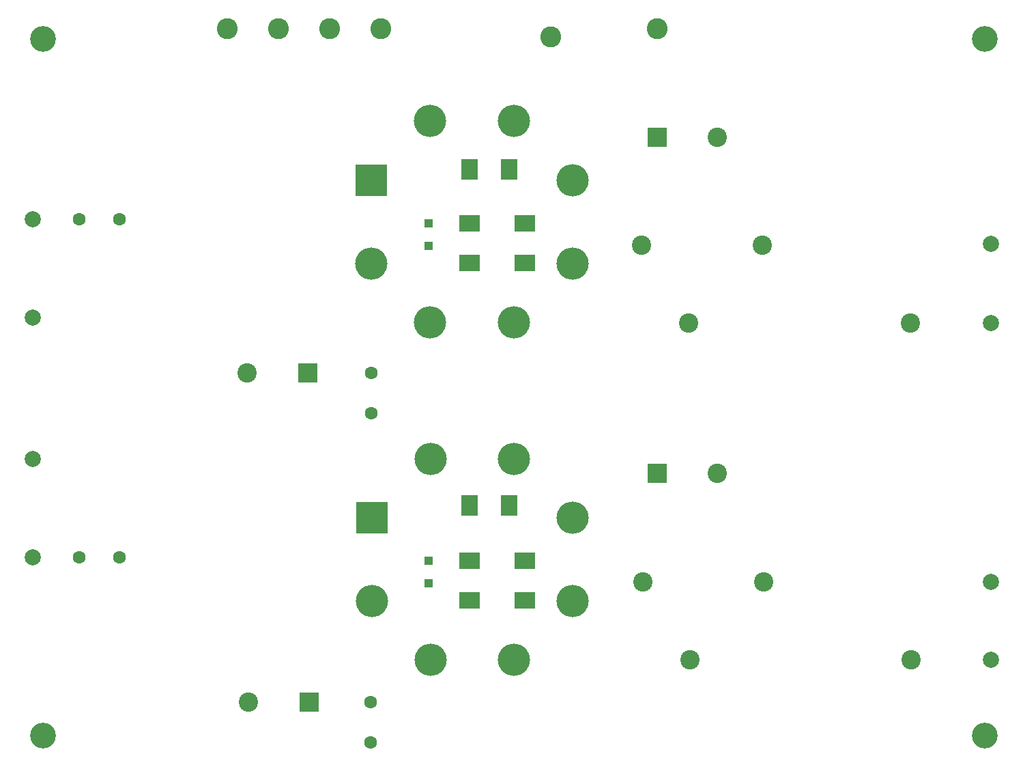
<source format=gbr>
G04 #@! TF.GenerationSoftware,KiCad,Pcbnew,(5.1.9-0-10_14)*
G04 #@! TF.CreationDate,2021-02-20T18:47:51+01:00*
G04 #@! TF.ProjectId,pre-amp-6SN7,7072652d-616d-4702-9d36-534e372e6b69,rev?*
G04 #@! TF.SameCoordinates,Original*
G04 #@! TF.FileFunction,Soldermask,Bot*
G04 #@! TF.FilePolarity,Negative*
%FSLAX46Y46*%
G04 Gerber Fmt 4.6, Leading zero omitted, Abs format (unit mm)*
G04 Created by KiCad (PCBNEW (5.1.9-0-10_14)) date 2021-02-20 18:47:51*
%MOMM*%
%LPD*%
G01*
G04 APERTURE LIST*
%ADD10R,1.100000X1.100000*%
%ADD11C,2.600000*%
%ADD12C,2.400000*%
%ADD13O,4.000000X4.000000*%
%ADD14R,4.000000X4.000000*%
%ADD15R,2.100000X2.600000*%
%ADD16R,2.600000X2.100000*%
%ADD17C,2.000000*%
%ADD18R,2.400000X2.400000*%
%ADD19C,1.600000*%
%ADD20C,3.200000*%
G04 APERTURE END LIST*
D10*
X92329000Y-93977000D03*
X92329000Y-96777000D03*
X92329000Y-135763000D03*
X92329000Y-138563000D03*
D11*
X86360000Y-69850000D03*
X80010000Y-69850000D03*
D12*
X124587000Y-106299000D03*
X152087000Y-106299000D03*
X133745000Y-96647000D03*
X118745000Y-96647000D03*
X124714000Y-148082000D03*
X152214000Y-148082000D03*
X133872000Y-138430000D03*
X118872000Y-138430000D03*
D13*
X85231401Y-98918599D03*
X92537548Y-106224746D03*
X102870000Y-106224746D03*
X110176147Y-98918599D03*
X110176147Y-88586147D03*
X102870000Y-81280000D03*
X92537548Y-81280000D03*
D14*
X85231401Y-88586147D03*
D13*
X85280500Y-140779500D03*
X92586647Y-148085647D03*
X102919099Y-148085647D03*
X110225246Y-140779500D03*
X110225246Y-130447048D03*
X102919099Y-123140901D03*
X92586647Y-123140901D03*
D14*
X85280500Y-130447048D03*
D15*
X97409000Y-87249000D03*
X102309000Y-87249000D03*
D16*
X104267000Y-93980000D03*
X104267000Y-98880000D03*
X97409000Y-93980000D03*
X97409000Y-98880000D03*
D15*
X97409000Y-128905000D03*
X102309000Y-128905000D03*
D17*
X162052000Y-96520000D03*
X162052000Y-106299000D03*
X43180000Y-105664000D03*
X43180000Y-93472000D03*
D12*
X128150000Y-83312000D03*
D18*
X120650000Y-83312000D03*
D12*
X69843000Y-112522000D03*
D18*
X77343000Y-112522000D03*
D19*
X85217000Y-117522000D03*
X85217000Y-112522000D03*
X48975000Y-93472000D03*
X53975000Y-93472000D03*
D12*
X69970000Y-153289000D03*
D18*
X77470000Y-153289000D03*
D19*
X85090000Y-158289000D03*
X85090000Y-153289000D03*
D11*
X67310000Y-69850000D03*
X73660000Y-69850000D03*
D16*
X104267000Y-135816000D03*
X104267000Y-140716000D03*
X97409000Y-135816000D03*
X97409000Y-140716000D03*
D17*
X162052000Y-138430000D03*
X162052000Y-148082000D03*
D11*
X107442000Y-70866000D03*
X120650000Y-69850000D03*
D17*
X43180000Y-123190000D03*
X43180000Y-135382000D03*
D20*
X161290000Y-71120000D03*
X161290000Y-157480000D03*
X44450000Y-157480000D03*
X44450000Y-71120000D03*
D12*
X128150000Y-124968000D03*
D18*
X120650000Y-124968000D03*
D19*
X48975000Y-135382000D03*
X53975000Y-135382000D03*
M02*

</source>
